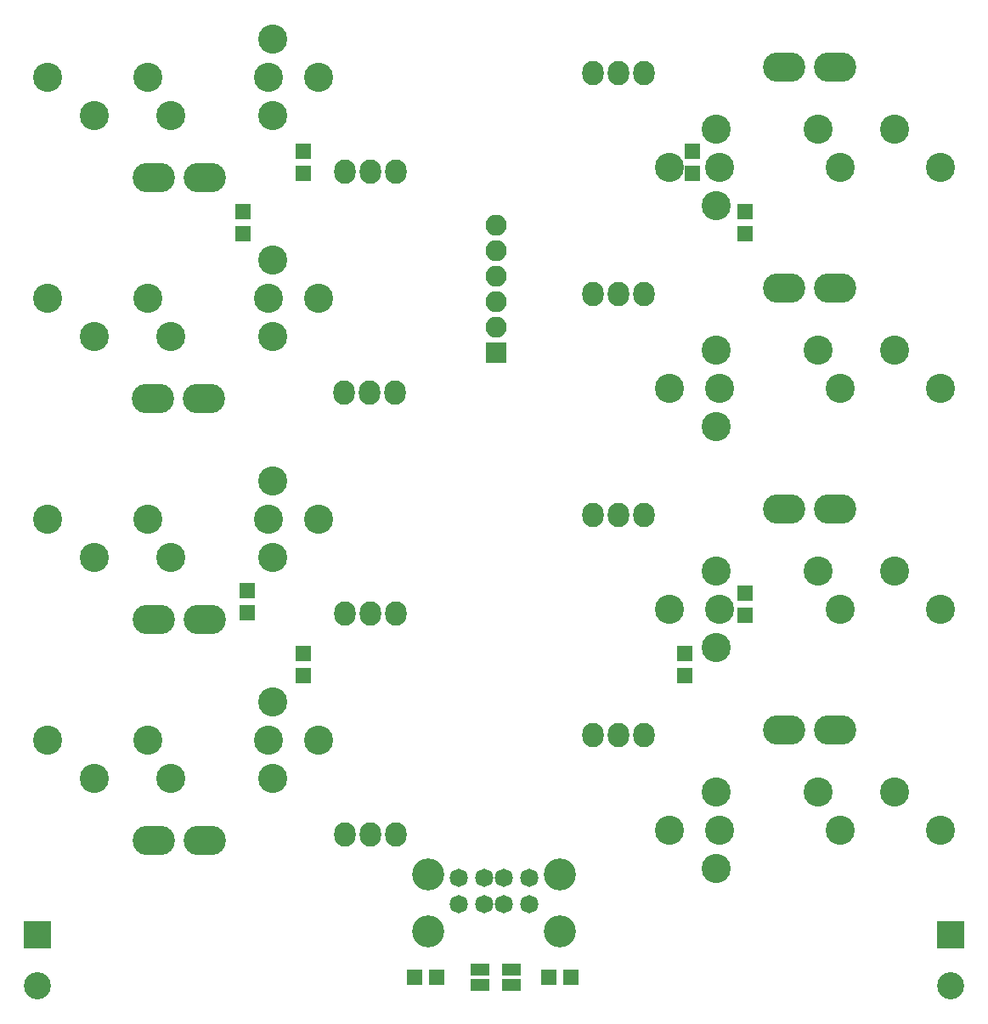
<source format=gbs>
G04 #@! TF.FileFunction,Soldermask,Bot*
%FSLAX46Y46*%
G04 Gerber Fmt 4.6, Leading zero omitted, Abs format (unit mm)*
G04 Created by KiCad (PCBNEW 4.0.2+dfsg1-stable) date Tue 05 Jun 2018 02:18:01 AM EDT*
%MOMM*%
G01*
G04 APERTURE LIST*
%ADD10C,0.150000*%
%ADD11C,2.900000*%
%ADD12R,1.600000X1.600000*%
%ADD13R,1.900000X1.300000*%
%ADD14O,4.210000X2.940000*%
%ADD15O,2.127200X2.432000*%
%ADD16R,2.100000X2.100000*%
%ADD17O,2.100000X2.100000*%
%ADD18C,1.820000*%
%ADD19C,3.200000*%
%ADD20R,2.700000X2.700000*%
%ADD21C,2.700000*%
G04 APERTURE END LIST*
D10*
D11*
X72110000Y44310000D03*
X72110000Y36690000D03*
X82270000Y44310000D03*
X89890000Y44310000D03*
X94500000Y40500000D03*
X84500000Y40500000D03*
X72500000Y40500000D03*
X67500000Y40500000D03*
D12*
X31000000Y83900000D03*
X31000000Y86100000D03*
D13*
X48615000Y3060000D03*
X48615000Y4560000D03*
X51715000Y4560000D03*
X51715000Y3060000D03*
D12*
X44280000Y3810000D03*
X42080000Y3810000D03*
D11*
X27890000Y89690000D03*
X27890000Y97310000D03*
X17730000Y89690000D03*
X10110000Y89690000D03*
X5500000Y93500000D03*
X15500000Y93500000D03*
X27500000Y93500000D03*
X32500000Y93500000D03*
X72110000Y88310000D03*
X72110000Y80690000D03*
X82270000Y88310000D03*
X89890000Y88310000D03*
X94500000Y84500000D03*
X84500000Y84500000D03*
X72500000Y84500000D03*
X67500000Y84500000D03*
X72110000Y66310000D03*
X72110000Y58690000D03*
X82270000Y66310000D03*
X89890000Y66310000D03*
X94500000Y62500000D03*
X84500000Y62500000D03*
X72500000Y62500000D03*
X67500000Y62500000D03*
X72110000Y22310000D03*
X72110000Y14690000D03*
X82270000Y22310000D03*
X89890000Y22310000D03*
X94500000Y18500000D03*
X84500000Y18500000D03*
X72500000Y18500000D03*
X67500000Y18500000D03*
X27890000Y23690000D03*
X27890000Y31310000D03*
X17730000Y23690000D03*
X10110000Y23690000D03*
X5500000Y27500000D03*
X15500000Y27500000D03*
X27500000Y27500000D03*
X32500000Y27500000D03*
X27890000Y45690000D03*
X27890000Y53310000D03*
X17730000Y45690000D03*
X10110000Y45690000D03*
X5500000Y49500000D03*
X15500000Y49500000D03*
X27500000Y49500000D03*
X32500000Y49500000D03*
X27890000Y67690000D03*
X27890000Y75310000D03*
X17730000Y67690000D03*
X10110000Y67690000D03*
X5500000Y71500000D03*
X15500000Y71500000D03*
X27500000Y71500000D03*
X32500000Y71500000D03*
D14*
X16050000Y83500000D03*
X21130000Y83500000D03*
D15*
X35100000Y84074800D03*
X37640000Y84074800D03*
X40180000Y84074800D03*
D14*
X83950000Y94500000D03*
X78870000Y94500000D03*
D15*
X64900000Y93925200D03*
X62360000Y93925200D03*
X59820000Y93925200D03*
D14*
X83950000Y72500000D03*
X78870000Y72500000D03*
D15*
X64900000Y71925200D03*
X62360000Y71925200D03*
X59820000Y71925200D03*
D14*
X83950000Y50500000D03*
X78870000Y50500000D03*
D15*
X64900000Y49925200D03*
X62360000Y49925200D03*
X59820000Y49925200D03*
D14*
X83950000Y28500000D03*
X78870000Y28500000D03*
D15*
X64900000Y27925200D03*
X62360000Y27925200D03*
X59820000Y27925200D03*
D14*
X16050000Y17500000D03*
X21130000Y17500000D03*
D15*
X35100000Y18074800D03*
X37640000Y18074800D03*
X40180000Y18074800D03*
D14*
X16050000Y39500000D03*
X21130000Y39500000D03*
D15*
X35100000Y40074800D03*
X37640000Y40074800D03*
X40180000Y40074800D03*
D14*
X16000000Y61500000D03*
X21080000Y61500000D03*
D15*
X35050000Y62074800D03*
X37590000Y62074800D03*
X40130000Y62074800D03*
D16*
X50165000Y66040000D03*
D17*
X50165000Y68580000D03*
X50165000Y71120000D03*
X50165000Y73660000D03*
X50165000Y76200000D03*
X50165000Y78740000D03*
D18*
X46500000Y13725005D03*
X49000000Y13725005D03*
X51000000Y13725005D03*
X53500000Y13725005D03*
X46500000Y11105005D03*
X49000000Y11105005D03*
X51000000Y11105005D03*
X53500000Y11105005D03*
D19*
X56570000Y8395005D03*
X56570000Y14075005D03*
X43430000Y14075005D03*
X43430000Y8395005D03*
D20*
X95500000Y8040000D03*
D21*
X95500000Y2960000D03*
D20*
X4445000Y8040000D03*
D21*
X4445000Y2960000D03*
D12*
X69750000Y83900000D03*
X69750000Y86100000D03*
X75000000Y77900000D03*
X75000000Y80100000D03*
X75000000Y39900000D03*
X75000000Y42100000D03*
X69000000Y33900000D03*
X69000000Y36100000D03*
X31000000Y33900000D03*
X31000000Y36100000D03*
X25400000Y40175000D03*
X25400000Y42375000D03*
X25000000Y77900000D03*
X25000000Y80100000D03*
X57615000Y3810000D03*
X55415000Y3810000D03*
M02*

</source>
